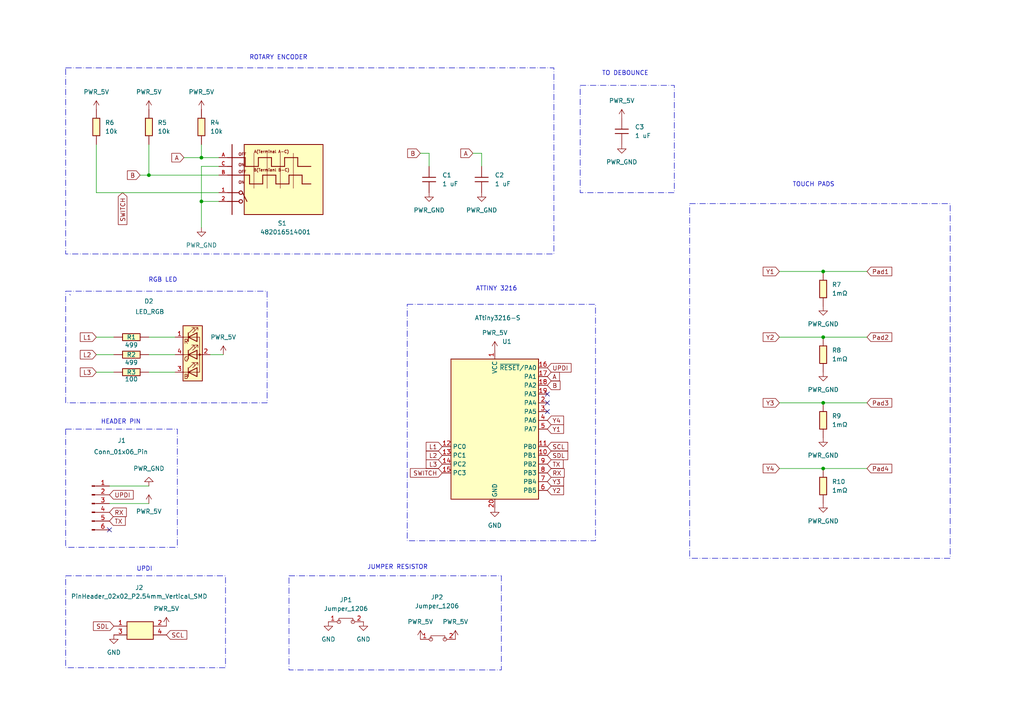
<source format=kicad_sch>
(kicad_sch (version 20250114) (generator "eeschema") (generator_version "9.0")
  (paper "A4")
  (lib_symbols
    (symbol "482016514001:482016514001" (pin_names (offset 1.016))
      (property "Reference" "S" (at 0 12.7 0))
      (property "Value" "482016514001" (at 0 -11.43 0))
      (symbol "482016514001_0_0"
        (polyline (pts (xy -12.7 7.62) (xy -7.62 7.62)) (stroke (width 0.254)))
        (polyline (pts (xy -12.7 -2.54) (xy -9.398 -2.54)) (stroke (width 0.254)))
        (polyline (pts (xy -12.7 -5.08) (xy -9.398 -5.08)) (stroke (width 0.254)))
        (polyline (pts (xy -11.43 11.43) (xy -11.43 5.08)) (stroke (width 0.254)))
        (polyline (pts (xy -11.43 5.08) (xy -12.7 5.08)) (stroke (width 0.254)))
        (polyline (pts (xy -11.43 5.08) (xy -11.43 -8.89)) (stroke (width 0.254)))
        (circle (center -8.89 -2.54) (radius 0.508) (stroke (width 0.254)))
        (circle (center -8.89 -5.08) (radius 0.508) (stroke (width 0.254)))
        (polyline (pts (xy -8.382 -2.54) (xy -7.112 -5.08)) (stroke (width 0.254)))
        (rectangle (start -7.9131 -8.89) (end 14.9469 11.43) (stroke (width 0.254)) (fill (type background)))
        (polyline (pts (xy -7.62 7.62) (xy -7.62 5.08)) (stroke (width 0.254)))
        (polyline (pts (xy -7.62 5.08) (xy -3.81 5.08)) (stroke (width 0.254)))
        (polyline (pts (xy -6.35 2.54) (xy -12.7 2.54)) (stroke (width 0.254)))
        (polyline (pts (xy -6.35 2.54) (xy -6.35 0)) (stroke (width 0.254)))
        (polyline (pts (xy -6.35 0) (xy -2.54 0)) (stroke (width 0.254)))
        (polyline (pts (xy -5.08 8.89) (xy -5.08 -1.27)) (stroke (width 0.127)))
        (polyline (pts (xy -3.81 7.62) (xy 0 7.62)) (stroke (width 0.254)))
        (polyline (pts (xy -3.81 5.08) (xy -3.81 7.62)) (stroke (width 0.254)))
        (polyline (pts (xy -2.54 2.54) (xy 1.27 2.54)) (stroke (width 0.254)))
        (polyline (pts (xy -2.54 0) (xy -2.54 2.54)) (stroke (width 0.254)))
        (polyline (pts (xy -1.27 8.89) (xy -1.27 -1.27)) (stroke (width 0.127)))
        (polyline (pts (xy 0 7.62) (xy 0 5.08)) (stroke (width 0.254)))
        (polyline (pts (xy 0 5.08) (xy 3.81 5.08)) (stroke (width 0.254)))
        (polyline (pts (xy 1.27 2.54) (xy 1.27 0)) (stroke (width 0.254)))
        (polyline (pts (xy 1.27 0) (xy 5.08 0)) (stroke (width 0.254)))
        (polyline (pts (xy 2.54 8.89) (xy 2.54 -1.27)) (stroke (width 0.127)))
        (polyline (pts (xy 3.81 7.62) (xy 7.62 7.62)) (stroke (width 0.254)))
        (polyline (pts (xy 3.81 5.08) (xy 3.81 7.62)) (stroke (width 0.254)))
        (polyline (pts (xy 5.08 2.54) (xy 8.89 2.54)) (stroke (width 0.254)))
        (polyline (pts (xy 5.08 0) (xy 5.08 2.54)) (stroke (width 0.254)))
        (polyline (pts (xy 6.35 8.89) (xy 6.35 -1.27)) (stroke (width 0.127)))
        (polyline (pts (xy 7.62 7.62) (xy 7.62 5.08)) (stroke (width 0.254)))
        (polyline (pts (xy 7.62 5.08) (xy 11.43 5.08)) (stroke (width 0.254)))
        (polyline (pts (xy 8.89 2.54) (xy 8.89 0)) (stroke (width 0.254)))
        (polyline (pts (xy 8.89 0) (xy 11.43 0)) (stroke (width 0.254)))
        (text "OFF" (at -9.652 8.128 0) (effects (font (size 0.8128 0.8128)) (justify left bottom)))
        (text "ON" (at -9.652 5.08 0) (effects (font (size 0.8128 0.8128)) (justify left bottom)))
        (text "OFF" (at -9.652 3.048 0) (effects (font (size 0.8128 0.8128)) (justify left bottom)))
        (text "ON" (at -9.652 0 0) (effects (font (size 0.8128 0.8128)) (justify left bottom)))
        (text "A(Terminal A-C)" (at 0 8.89 0) (effects (font (size 0.8128 0.8128)) (justify bottom)))
        (text "B(Termianl B-C)" (at 0 3.556 0) (effects (font (size 0.8128 0.8128)) (justify bottom)))
        (pin passive line (at -15.24 7.62 0) (length 2.54) (name "~") (number "A"))
        (pin passive line (at -15.24 5.08 0) (length 2.54) (name "~") (number "C"))
        (pin passive line (at -15.24 2.54 0) (length 2.54) (name "~") (number "B"))
        (pin passive line (at -15.24 -2.54 0) (length 2.54) (name "~") (number "1"))
        (pin passive line (at -15.24 -5.08 0) (length 2.54) (name "~") (number "2"))
      )
    )
    (symbol "Connector:Conn_01x06_Pin" (pin_names (offset 1.016) (hide yes))
      (property "Reference" "J" (at 0 7.62 0))
      (property "Value" "Conn_01x06_Pin" (at 0 -10.16 0))
      (symbol "Conn_01x06_Pin_1_1"
        (rectangle (start 0.8636 5.207) (end 0 4.953) (stroke (width 0.1524)) (fill (type outline)))
        (rectangle (start 0.8636 2.667) (end 0 2.413) (stroke (width 0.1524)) (fill (type outline)))
        (rectangle (start 0.8636 0.127) (end 0 -0.127) (stroke (width 0.1524)) (fill (type outline)))
        (rectangle (start 0.8636 -2.413) (end 0 -2.667) (stroke (width 0.1524)) (fill (type outline)))
        (rectangle (start 0.8636 -4.953) (end 0 -5.207) (stroke (width 0.1524)) (fill (type outline)))
        (rectangle (start 0.8636 -7.493) (end 0 -7.747) (stroke (width 0.1524)) (fill (type outline)))
        (polyline (pts (xy 1.27 5.08) (xy 0.8636 5.08)) (stroke (width 0.1524)))
        (polyline (pts (xy 1.27 2.54) (xy 0.8636 2.54)) (stroke (width 0.1524)))
        (polyline (pts (xy 1.27 0) (xy 0.8636 0)) (stroke (width 0.1524)))
        (polyline (pts (xy 1.27 -2.54) (xy 0.8636 -2.54)) (stroke (width 0.1524)))
        (polyline (pts (xy 1.27 -5.08) (xy 0.8636 -5.08)) (stroke (width 0.1524)))
        (polyline (pts (xy 1.27 -7.62) (xy 0.8636 -7.62)) (stroke (width 0.1524)))
        (pin passive line (at 5.08 5.08 180) (length 3.81) (name "Pin_1") (number "1"))
        (pin passive line (at 5.08 2.54 180) (length 3.81) (name "Pin_2") (number "2"))
        (pin passive line (at 5.08 0 180) (length 3.81) (name "Pin_3") (number "3"))
        (pin passive line (at 5.08 -2.54 180) (length 3.81) (name "Pin_4") (number "4"))
        (pin passive line (at 5.08 -5.08 180) (length 3.81) (name "Pin_5") (number "5"))
        (pin passive line (at 5.08 -7.62 180) (length 3.81) (name "Pin_6") (number "6"))
      )
    )
    (symbol "Device:LED_RABG" (pin_names (offset 0) (hide yes))
      (property "Reference" "D" (at 0 9.398 0))
      (property "Value" "LED_RABG" (at 0 -8.89 0))
      (symbol "LED_RABG_0_0"
        (text "R" (at -1.905 3.81 0) (effects (font (size 1.27 1.27))))
        (text "G" (at -1.905 -1.27 0) (effects (font (size 1.27 1.27))))
        (text "B" (at -1.905 -6.35 0) (effects (font (size 1.27 1.27))))
      )
      (symbol "LED_RABG_0_1"
        (polyline (pts (xy -1.27 6.35) (xy -1.27 3.81)) (stroke (width 0.254)))
        (polyline (pts (xy -1.27 6.35) (xy -1.27 3.81) (xy -1.27 3.81)))
        (polyline (pts (xy -1.27 5.08) (xy -2.54 5.08)))
        (polyline (pts (xy -1.27 5.08) (xy 1.27 5.08)))
        (polyline (pts (xy -1.27 1.27) (xy -1.27 -1.27)) (stroke (width 0.254)))
        (polyline (pts (xy -1.27 1.27) (xy -1.27 -1.27) (xy -1.27 -1.27)))
        (polyline (pts (xy -1.27 0) (xy -2.54 0)))
        (polyline (pts (xy -1.27 -3.81) (xy -1.27 -6.35)) (stroke (width 0.254)))
        (polyline (pts (xy -1.27 -5.08) (xy -2.54 -5.08)))
        (polyline (pts (xy -1.27 -5.08) (xy 1.27 -5.08)))
        (polyline (pts (xy -1.016 6.35) (xy 0.508 7.874) (xy -0.254 7.874) (xy 0.508 7.874) (xy 0.508 7.112)))
        (polyline (pts (xy -1.016 1.27) (xy 0.508 2.794) (xy -0.254 2.794) (xy 0.508 2.794) (xy 0.508 2.032)))
        (polyline (pts (xy -1.016 -3.81) (xy 0.508 -2.286) (xy -0.254 -2.286) (xy 0.508 -2.286) (xy 0.508 -3.048)))
        (polyline (pts (xy 0 6.35) (xy 1.524 7.874) (xy 0.762 7.874) (xy 1.524 7.874) (xy 1.524 7.112)))
        (polyline (pts (xy 0 1.27) (xy 1.524 2.794) (xy 0.762 2.794) (xy 1.524 2.794) (xy 1.524 2.032)))
        (polyline (pts (xy 0 -3.81) (xy 1.524 -2.286) (xy 0.762 -2.286) (xy 1.524 -2.286) (xy 1.524 -3.048)))
        (polyline (pts (xy 1.27 6.35) (xy 1.27 3.81) (xy -1.27 5.08) (xy 1.27 6.35)) (stroke (width 0.254)))
        (rectangle (start 1.27 6.35) (end 1.27 6.35))
        (rectangle (start 1.27 3.81) (end 1.27 6.35))
        (polyline (pts (xy 1.27 1.27) (xy 1.27 -1.27) (xy -1.27 0) (xy 1.27 1.27)) (stroke (width 0.254)))
        (rectangle (start 1.27 1.27) (end 1.27 1.27))
        (polyline (pts (xy 1.27 0) (xy -1.27 0)))
        (polyline (pts (xy 1.27 0) (xy 2.54 0)))
        (rectangle (start 1.27 -1.27) (end 1.27 1.27))
        (polyline (pts (xy 1.27 -3.81) (xy 1.27 -6.35) (xy -1.27 -5.08) (xy 1.27 -3.81)) (stroke (width 0.254)))
        (polyline (pts (xy 1.27 -5.08) (xy 2.032 -5.08) (xy 2.032 5.08) (xy 1.27 5.08)))
        (circle (center 2.032 0) (radius 0.254) (fill (type outline)))
        (rectangle (start 2.794 8.382) (end -2.794 -7.62) (stroke (width 0.254)) (fill (type background)))
      )
      (symbol "LED_RABG_1_1"
        (pin passive line (at -5.08 5.08 0) (length 2.54) (name "RK") (number "1"))
        (pin passive line (at -5.08 0 0) (length 2.54) (name "GK") (number "4"))
        (pin passive line (at -5.08 -5.08 0) (length 2.54) (name "BK") (number "3"))
        (pin passive line (at 5.08 0 180) (length 2.54) (name "A") (number "2"))
      )
    )
    (symbol "MCU_Microchip_ATtiny:ATtiny3216-S"
      (property "Reference" "U" (at -12.7 21.59 0))
      (property "Value" "ATtiny3216-S" (at 2.54 -21.59 0))
      (symbol "ATtiny3216-S_0_1"
        (rectangle (start -12.7 -20.32) (end 12.7 20.32) (stroke (width 0.254)) (fill (type background)))
      )
      (symbol "ATtiny3216-S_1_1"
        (pin bidirectional line (at -15.24 -5.08 0) (length 2.54) (name "PC0") (number "12"))
        (pin bidirectional line (at -15.24 -7.62 0) (length 2.54) (name "PC1") (number "13"))
        (pin bidirectional line (at -15.24 -10.16 0) (length 2.54) (name "PC2") (number "14"))
        (pin bidirectional line (at -15.24 -12.7 0) (length 2.54) (name "PC3") (number "15"))
        (pin power_in line (at 0 22.86 270) (length 2.54) (name "VCC") (number "1"))
        (pin power_in line (at 0 -22.86 90) (length 2.54) (name "GND") (number "20"))
        (pin bidirectional line (at 15.24 17.78 180) (length 2.54) (name "~{RESET}/PA0") (number "16"))
        (pin bidirectional line (at 15.24 15.24 180) (length 2.54) (name "PA1") (number "17"))
        (pin bidirectional line (at 15.24 12.7 180) (length 2.54) (name "PA2") (number "18"))
        (pin bidirectional line (at 15.24 10.16 180) (length 2.54) (name "PA3") (number "19"))
        (pin bidirectional line (at 15.24 7.62 180) (length 2.54) (name "PA4") (number "2"))
        (pin bidirectional line (at 15.24 5.08 180) (length 2.54) (name "PA5") (number "3"))
        (pin bidirectional line (at 15.24 2.54 180) (length 2.54) (name "PA6") (number "4"))
        (pin bidirectional line (at 15.24 0 180) (length 2.54) (name "PA7") (number "5"))
        (pin bidirectional line (at 15.24 -5.08 180) (length 2.54) (name "PB0") (number "11"))
        (pin bidirectional line (at 15.24 -7.62 180) (length 2.54) (name "PB1") (number "10"))
        (pin bidirectional line (at 15.24 -10.16 180) (length 2.54) (name "PB2") (number "9"))
        (pin bidirectional line (at 15.24 -12.7 180) (length 2.54) (name "PB3") (number "8"))
        (pin bidirectional line (at 15.24 -15.24 180) (length 2.54) (name "PB4") (number "7"))
        (pin bidirectional line (at 15.24 -17.78 180) (length 2.54) (name "PB5") (number "6"))
      )
    )
    (symbol "fab:C_1206" (pin_numbers (hide yes))
      (property "Reference" "C" (at 0.635 2.54 0))
      (property "Value" "C_1206" (at 0.635 -2.54 0))
      (symbol "C_1206_1_1"
        (polyline (pts (xy -1.905 0.635) (xy 1.905 0.635)) (stroke (width 0.25)))
        (polyline (pts (xy -1.905 -0.635) (xy 1.905 -0.635)) (stroke (width 0.25)))
        (pin passive line (at 0 3.81 270) (length 3.175) (name "~") (number "1"))
        (pin passive line (at 0 -3.81 90) (length 3.175) (name "~") (number "2"))
      )
    )
    (symbol "fab:Jumper_1206" (pin_names (offset 0) (hide yes))
      (property "Reference" "JP" (at 0 1.905 0))
      (property "Value" "Jumper_1206" (at 0 -2.54 0))
      (symbol "Jumper_1206_0_0"
        (circle (center -2.032 0) (radius 0.508))
        (circle (center 2.032 0) (radius 0.508))
      )
      (symbol "Jumper_1206_0_1"
        (polyline (pts (xy -2.032 0) (xy -2.032 1.016) (xy 2.032 1.016) (xy 2.032 0)))
      )
      (symbol "Jumper_1206_1_1"
        (pin passive line (at -5.08 0 0) (length 2.54) (name "A") (number "1"))
        (pin passive line (at 5.08 0 180) (length 2.54) (name "B") (number "2"))
      )
    )
    (symbol "fab:PWR_5V" (power) (pin_names (offset 0))
      (property "Value" "PWR_5V" (at 0 3.556 0))
      (symbol "PWR_5V_0_1"
        (polyline (pts (xy -0.762 1.27) (xy 0 2.54)))
        (polyline (pts (xy 0 2.54) (xy 0.762 1.27)))
        (polyline (pts (xy 0 0) (xy 0 2.54)))
      )
      (symbol "PWR_5V_1_1"
        (pin power_in line (at 0 0 90) (length 0) (hide yes) (name "PWR_5V") (number "1"))
      )
    )
    (symbol "fab:PWR_GND" (power) (pin_names (offset 0))
      (property "Value" "PWR_GND" (at 0 -3.81 0))
      (symbol "PWR_GND_0_1"
        (polyline (pts (xy 0 0) (xy 0 -1.27) (xy 1.27 -1.27) (xy 0 -2.54) (xy -1.27 -1.27) (xy 0 -1.27)))
      )
      (symbol "PWR_GND_1_1"
        (pin power_in line (at 0 0 270) (length 0) (hide yes) (name "PWR_GND") (number "1"))
      )
    )
    (symbol "fab:PinHeader_02x02_P2.54mm_Vertical_SMD" (pin_names (hide yes))
      (property "Reference" "J" (at 0 3.81 0))
      (property "Value" "PinHeader_02x02_P2.54mm_Vertical_SMD" (at 0 -3.81 0))
      (symbol "PinHeader_02x02_P2.54mm_Vertical_SMD_1_1"
        (rectangle (start -3.81 2.54) (end 3.81 -2.54) (stroke (width 0.254)) (fill (type background)))
        (pin passive line (at -7.62 1.27 0) (length 3.81) (name "Pin_1") (number "1"))
        (pin passive line (at -7.62 -1.27 0) (length 3.81) (name "Pin_3") (number "3"))
        (pin passive line (at 7.62 1.27 180) (length 3.81) (name "Pin_2") (number "2"))
        (pin passive line (at 7.62 -1.27 180) (length 3.81) (name "Pin_4") (number "4"))
      )
    )
    (symbol "fab:R_1206" (pin_numbers (hide yes)) (pin_names (offset 0))
      (property "Reference" "R" (at 2.54 0 90))
      (property "Value" "R_1206" (at -2.54 0 90))
      (symbol "R_1206_0_1"
        (rectangle (start -1.016 -2.54) (end 1.016 2.54) (stroke (width 0.254)) (fill (type background)))
      )
      (symbol "R_1206_1_1"
        (pin passive line (at 0 5.08 270) (length 2.54) (name "~") (number "1"))
        (pin passive line (at 0 -5.08 90) (length 2.54) (name "~") (number "2"))
      )
    )
    (symbol "power:GND" (power) (pin_numbers (hide yes)) (pin_names (offset 0) (hide yes))
      (property "Value" "GND" (at 0 -3.81 0))
      (symbol "GND_0_1"
        (polyline (pts (xy 0 0) (xy 0 -1.27) (xy 1.27 -1.27) (xy 0 -2.54) (xy -1.27 -1.27) (xy 0 -1.27)))
      )
      (symbol "GND_1_1"
        (pin power_in line (at 0 0 270) (length 0) (name "~") (number "1"))
      )
    )
  )
  (rectangle (start 19.05 167.005) (end 65.405 193.675) (stroke (width 0) (type dash_dot)))
  (rectangle (start 118.11 88.265) (end 172.72 156.845) (stroke (width 0) (type dash_dot)))
  (rectangle (start 168.275 24.765) (end 195.58 55.88) (stroke (width 0) (type dash_dot)))
  (rectangle (start 200.025 59.055) (end 275.59 161.925) (stroke (width 0) (type dash_dot)))
  (rectangle (start 19.05 124.46) (end 51.435 158.75) (stroke (width 0) (type dash_dot)))
  (rectangle (start 19.05 19.685) (end 160.655 73.66) (stroke (width 0) (type dash_dot)))
  (rectangle (start 102.235 73.66) (end 102.235 73.66))
  (text "HEADER PIN" (at 35.052 122.428 0) (effects (font (size 1.27 1.27))))
  (text "TO DEBOUNCE" (at 181.356 21.336 0) (effects (font (size 1.27 1.27))))
  (text "ROTARY ENCODER" (at 80.772 16.764 0) (effects (font (size 1.27 1.27))))
  (text "UPDI" (at 41.91 165.1 0) (effects (font (size 1.27 1.27))))
  (text "RGB LED" (at 47.244 81.28 0) (effects (font (size 1.27 1.27))))
  (text "ATTINY 3216" (at 144.018 83.82 0) (effects (font (size 1.27 1.27))))
  (text "TOUCH PADS" (at 235.966 53.594 0) (effects (font (size 1.27 1.27))))
  (text "JUMPER RESISTOR" (at 115.316 164.592 0) (effects (font (size 1.27 1.27))))
  (text_box "`" (at 19.05 84.455 0) (size 58.42 32.385) (margins 0.9525 0.9525 0.9525 0.9525) (stroke (width 0) (type dash_dot)) (effects (font (size 1.27 1.27)) (justify left top)))
  (text_box "" (at 83.82 167.005 0) (size 61.595 27.305) (margins 0.9525 0.9525 0.9525 0.9525) (stroke (width 0) (type dash_dot)) (effects (font (size 1.27 1.27)) (justify left top)))
  (junction (at 43.18 50.8))
  (junction (at 58.42 45.72))
  (junction (at 238.76 78.74))
  (junction (at 238.76 116.84))
  (junction (at 58.42 58.42))
  (junction (at 238.76 97.79))
  (junction (at 238.76 135.89))
  (no_connect (at 31.75 153.67))
  (no_connect (at 158.75 119.38))
  (no_connect (at 158.75 116.84))
  (no_connect (at 158.75 114.3))
  (wire (pts (xy 226.06 78.74) (xy 238.76 78.74)))
  (wire (pts (xy 124.46 44.45) (xy 124.46 48.26)))
  (wire (pts (xy 238.76 78.74) (xy 251.46 78.74)))
  (wire (pts (xy 58.42 48.26) (xy 63.5 48.26)))
  (wire (pts (xy 58.42 58.42) (xy 58.42 48.26)))
  (wire (pts (xy 43.18 41.91) (xy 43.18 50.8)))
  (wire (pts (xy 43.18 102.87) (xy 50.8 102.87)))
  (wire (pts (xy 137.16 44.45) (xy 139.7 44.45)))
  (wire (pts (xy 58.42 66.04) (xy 58.42 58.42)))
  (wire (pts (xy 58.42 58.42) (xy 63.5 58.42)))
  (wire (pts (xy 53.34 45.72) (xy 58.42 45.72)))
  (wire (pts (xy 43.18 107.95) (xy 50.8 107.95)))
  (wire (pts (xy 40.64 50.8) (xy 43.18 50.8)))
  (wire (pts (xy 31.75 140.97) (xy 43.18 140.97)))
  (wire (pts (xy 27.94 102.87) (xy 33.02 102.87)))
  (wire (pts (xy 27.94 107.95) (xy 33.02 107.95)))
  (wire (pts (xy 43.18 50.8) (xy 63.5 50.8)))
  (wire (pts (xy 121.92 44.45) (xy 124.46 44.45)))
  (wire (pts (xy 43.18 97.79) (xy 50.8 97.79)))
  (wire (pts (xy 238.76 97.79) (xy 251.46 97.79)))
  (wire (pts (xy 139.7 44.45) (xy 139.7 48.26)))
  (wire (pts (xy 226.06 135.89) (xy 238.76 135.89)))
  (wire (pts (xy 226.06 116.84) (xy 238.76 116.84)))
  (wire (pts (xy 60.96 102.87) (xy 64.77 102.87)))
  (wire (pts (xy 238.76 135.89) (xy 251.46 135.89)))
  (wire (pts (xy 27.94 41.91) (xy 27.94 55.88)))
  (wire (pts (xy 27.94 55.88) (xy 63.5 55.88)))
  (wire (pts (xy 238.76 116.84) (xy 251.46 116.84)))
  (wire (pts (xy 58.42 41.91) (xy 58.42 45.72)))
  (wire (pts (xy 27.94 97.79) (xy 33.02 97.79)))
  (wire (pts (xy 31.75 146.05) (xy 43.18 146.05)))
  (wire (pts (xy 226.06 97.79) (xy 238.76 97.79)))
  (wire (pts (xy 58.42 45.72) (xy 63.5 45.72)))
  (global_label "Y1" (shape input) (at 226.06 78.74 180) (property "Intersheetrefs" "${INTERSHEET_REFS}" (effects (hide yes))))
  (global_label "UPDI" (shape input) (at 158.75 106.68 0) (property "Intersheetrefs" "${INTERSHEET_REFS}" (effects (hide yes))))
  (global_label "Pad3" (shape input) (at 251.46 116.84 0) (property "Intersheetrefs" "${INTERSHEET_REFS}" (effects (hide yes))))
  (global_label "SWITCH" (shape input) (at 128.27 137.16 180) (property "Intersheetrefs" "${INTERSHEET_REFS}" (effects (hide yes))))
  (global_label "SWITCH" (shape input) (at 35.56 55.88 270) (property "Intersheetrefs" "${INTERSHEET_REFS}" (effects (hide yes))))
  (global_label "TX" (shape input) (at 31.75 151.13 0) (property "Intersheetrefs" "${INTERSHEET_REFS}" (effects (hide yes))))
  (global_label "A" (shape input) (at 158.75 109.22 0) (property "Intersheetrefs" "${INTERSHEET_REFS}" (effects (hide yes))))
  (global_label "A" (shape input) (at 137.16 44.45 180) (property "Intersheetrefs" "${INTERSHEET_REFS}" (effects (hide yes))))
  (global_label "UPDI" (shape input) (at 31.75 143.51 0) (property "Intersheetrefs" "${INTERSHEET_REFS}" (effects (hide yes))))
  (global_label "TX" (shape input) (at 158.75 134.62 0) (property "Intersheetrefs" "${INTERSHEET_REFS}" (effects (hide yes))))
  (global_label "RX" (shape input) (at 31.75 148.59 0) (property "Intersheetrefs" "${INTERSHEET_REFS}" (effects (hide yes))))
  (global_label "SDL" (shape input) (at 33.02 181.61 180) (property "Intersheetrefs" "${INTERSHEET_REFS}" (effects (hide yes))))
  (global_label "L3" (shape input) (at 27.94 107.95 180) (property "Intersheetrefs" "${INTERSHEET_REFS}" (effects (hide yes))))
  (global_label "B" (shape input) (at 158.75 111.76 0) (property "Intersheetrefs" "${INTERSHEET_REFS}" (effects (hide yes))))
  (global_label "SCL" (shape input) (at 158.75 129.54 0) (property "Intersheetrefs" "${INTERSHEET_REFS}" (effects (hide yes))))
  (global_label "L2" (shape input) (at 27.94 102.87 180) (property "Intersheetrefs" "${INTERSHEET_REFS}" (effects (hide yes))))
  (global_label "B" (shape input) (at 40.64 50.8 180) (property "Intersheetrefs" "${INTERSHEET_REFS}" (effects (hide yes))))
  (global_label "Pad1" (shape input) (at 251.46 78.74 0) (property "Intersheetrefs" "${INTERSHEET_REFS}" (effects (hide yes))))
  (global_label "Y1" (shape input) (at 158.75 124.46 0) (property "Intersheetrefs" "${INTERSHEET_REFS}" (effects (hide yes))))
  (global_label "L1" (shape input) (at 128.27 129.54 180) (property "Intersheetrefs" "${INTERSHEET_REFS}" (effects (hide yes))))
  (global_label "L2" (shape input) (at 128.27 132.08 180) (property "Intersheetrefs" "${INTERSHEET_REFS}" (effects (hide yes))))
  (global_label "SDL" (shape input) (at 158.75 132.08 0) (property "Intersheetrefs" "${INTERSHEET_REFS}" (effects (hide yes))))
  (global_label "Y2" (shape input) (at 226.06 97.79 180) (property "Intersheetrefs" "${INTERSHEET_REFS}" (effects (hide yes))))
  (global_label "Pad2" (shape input) (at 251.46 97.79 0) (property "Intersheetrefs" "${INTERSHEET_REFS}" (effects (hide yes))))
  (global_label "Y3" (shape input) (at 226.06 116.84 180) (property "Intersheetrefs" "${INTERSHEET_REFS}" (effects (hide yes))))
  (global_label "SCL" (shape input) (at 48.26 184.15 0) (property "Intersheetrefs" "${INTERSHEET_REFS}" (effects (hide yes))))
  (global_label "Y3" (shape input) (at 158.75 139.7 0) (property "Intersheetrefs" "${INTERSHEET_REFS}" (effects (hide yes))))
  (global_label "L1" (shape input) (at 27.94 97.79 180) (property "Intersheetrefs" "${INTERSHEET_REFS}" (effects (hide yes))))
  (global_label "A" (shape input) (at 53.34 45.72 180) (property "Intersheetrefs" "${INTERSHEET_REFS}" (effects (hide yes))))
  (global_label "L3" (shape input) (at 128.27 134.62 180) (property "Intersheetrefs" "${INTERSHEET_REFS}" (effects (hide yes))))
  (global_label "B" (shape input) (at 121.92 44.45 180) (property "Intersheetrefs" "${INTERSHEET_REFS}" (effects (hide yes))))
  (global_label "Y4" (shape input) (at 226.06 135.89 180) (property "Intersheetrefs" "${INTERSHEET_REFS}" (effects (hide yes))))
  (global_label "Pad4" (shape input) (at 251.46 135.89 0) (property "Intersheetrefs" "${INTERSHEET_REFS}" (effects (hide yes))))
  (global_label "Y2" (shape input) (at 158.75 142.24 0) (property "Intersheetrefs" "${INTERSHEET_REFS}" (effects (hide yes))))
  (global_label "RX" (shape input) (at 158.75 137.16 0) (property "Intersheetrefs" "${INTERSHEET_REFS}" (effects (hide yes))))
  (global_label "Y4" (shape input) (at 158.75 121.92 0) (property "Intersheetrefs" "${INTERSHEET_REFS}" (effects (hide yes))))
  (symbol (lib_id "fab:R_1206") (at 238.76 121.92 0) (unit 1)
    (property "Reference" "R9" (at 241.3 120.6499 0) (effects (justify left)))
    (property "Value" "1mΩ" (at 241.3 123.1899 0) (effects (justify left)))
    (property "Footprint" "fab:R_1206" (effects (hide yes)))
    (property "Description" "Resistor" (effects (hide yes)))
  )
  (symbol (lib_id "fab:PWR_GND") (at 238.76 127 0) (unit 1)
    (property "Reference" "#PWR022" (effects (hide yes)))
    (property "Value" "PWR_GND" (at 238.76 132.08 0))
    (property "Description" "Power symbol creates a global label with name \"GND\" , ground" (effects (hide yes)))
  )
  (symbol (lib_id "power:GND") (at 33.02 184.15 0) (unit 1)
    (property "Reference" "#PWR03" (effects (hide yes)))
    (property "Value" "GND" (at 33.02 189.23 0))
    (property "Description" "Power symbol creates a global label with name \"GND\" , ground" (effects (hide yes)))
  )
  (symbol (lib_id "fab:PWR_5V") (at 48.26 181.61 0) (unit 1)
    (property "Reference" "#PWR04" (effects (hide yes)))
    (property "Value" "PWR_5V" (at 48.26 176.53 0))
    (property "Description" "Power symbol creates a global label with name \"+5V\"" (effects (hide yes)))
  )
  (symbol (lib_id "fab:R_1206") (at 58.42 36.83 0) (unit 1)
    (property "Reference" "R4" (at 60.96 35.5599 0) (effects (justify left)))
    (property "Value" "10k" (at 60.96 38.0999 0) (effects (justify left)))
    (property "Footprint" "fab:R_1206" (effects (hide yes)))
    (property "Description" "Resistor" (effects (hide yes)))
  )
  (symbol (lib_id "fab:PWR_GND") (at 238.76 88.9 0) (unit 1)
    (property "Reference" "#PWR020" (effects (hide yes)))
    (property "Value" "PWR_GND" (at 238.76 93.98 0))
    (property "Description" "Power symbol creates a global label with name \"GND\" , ground" (effects (hide yes)))
  )
  (symbol (lib_id "fab:PWR_5V") (at 132.08 185.42 0) (unit 1)
    (property "Reference" "#PWR08" (effects (hide yes)))
    (property "Value" "PWR_5V" (at 132.08 180.34 0))
    (property "Description" "Power symbol creates a global label with name \"+5V\"" (effects (hide yes)))
  )
  (symbol (lib_id "fab:PWR_5V") (at 43.18 31.75 0) (unit 1)
    (property "Reference" "#PWR014" (effects (hide yes)))
    (property "Value" "PWR_5V" (at 43.18 26.67 0))
    (property "Description" "Power symbol creates a global label with name \"+5V\"" (effects (hide yes)))
  )
  (symbol (lib_id "Connector:Conn_01x06_Pin") (at 26.67 146.05 0) (unit 1)
    (property "Reference" "J1" (at 35.306 127.762 0))
    (property "Value" "Conn_01x06_Pin" (at 35.052 131.064 0))
    (property "Description" "Generic connector, single row, 01x06, script generated" (effects (hide yes)))
  )
  (symbol (lib_id "power:GND") (at 105.41 180.34 0) (unit 1)
    (property "Reference" "#PWR06" (effects (hide yes)))
    (property "Value" "GND" (at 105.41 185.42 0))
    (property "Description" "Power symbol creates a global label with name \"GND\" , ground" (effects (hide yes)))
  )
  (symbol (lib_id "fab:PWR_5V") (at 180.34 34.29 0) (unit 1)
    (property "Reference" "#PWR018" (effects (hide yes)))
    (property "Value" "PWR_5V" (at 180.34 29.21 0))
    (property "Description" "Power symbol creates a global label with name \"+5V\"" (effects (hide yes)))
  )
  (symbol (lib_id "fab:PWR_5V") (at 43.18 146.05 0) (unit 1)
    (property "Reference" "#PWR09" (effects (hide yes)))
    (property "Value" "PWR_5V" (at 43.18 148.336 0))
    (property "Description" "Power symbol creates a global label with name \"+5V\"" (effects (hide yes)))
  )
  (symbol (lib_id "fab:R_1206") (at 238.76 102.87 0) (unit 1)
    (property "Reference" "R8" (at 241.3 101.5999 0) (effects (justify left)))
    (property "Value" "1mΩ" (at 241.3 104.1399 0) (effects (justify left)))
    (property "Footprint" "fab:R_1206" (effects (hide yes)))
    (property "Description" "Resistor" (effects (hide yes)))
  )
  (symbol (lib_id "fab:C_1206") (at 124.46 52.07 0) (unit 1)
    (property "Reference" "C1" (at 128.27 50.7999 0) (effects (justify left)))
    (property "Value" "1 uF" (at 128.27 53.3399 0) (effects (justify left)))
    (property "Footprint" "fab:C_1206" (effects (hide yes)))
    (property "Datasheet" "https://www.yageo.com/upload/media/product/productsearch/datasheet/mlcc/UPY-GP_NP0_16V-to-50V_18.pdf" (effects (hide yes)))
    (property "Description" "Unpolarized capacitor, SMD, 1206" (effects (hide yes)))
  )
  (symbol (lib_id "fab:PWR_GND") (at 238.76 107.95 0) (unit 1)
    (property "Reference" "#PWR021" (effects (hide yes)))
    (property "Value" "PWR_GND" (at 238.76 113.03 0))
    (property "Description" "Power symbol creates a global label with name \"GND\" , ground" (effects (hide yes)))
  )
  (symbol (lib_id "fab:PWR_GND") (at 139.7 55.88 0) (unit 1)
    (property "Reference" "#PWR017" (effects (hide yes)))
    (property "Value" "PWR_GND" (at 139.7 60.96 0))
    (property "Description" "Power symbol creates a global label with name \"GND\" , ground" (effects (hide yes)))
  )
  (symbol (lib_id "fab:R_1206") (at 43.18 36.83 0) (unit 1)
    (property "Reference" "R5" (at 45.72 35.5599 0) (effects (justify left)))
    (property "Value" "10k" (at 45.72 38.0999 0) (effects (justify left)))
    (property "Footprint" "fab:R_1206" (effects (hide yes)))
    (property "Description" "Resistor" (effects (hide yes)))
  )
  (symbol (lib_id "fab:Jumper_1206") (at 127 185.42 0) (unit 1)
    (property "Reference" "JP2" (at 126.746 173.228 0))
    (property "Value" "Jumper_1206" (at 126.746 175.768 0))
    (property "Footprint" "fab:Jumper_1206" (effects (hide yes)))
    (property "Description" "Jumper based on 0 Ohm 1206 resistor" (effects (hide yes)))
  )
  (symbol (lib_id "fab:PWR_5V") (at 27.94 31.75 0) (unit 1)
    (property "Reference" "#PWR015" (effects (hide yes)))
    (property "Value" "PWR_5V" (at 27.94 26.67 0))
    (property "Description" "Power symbol creates a global label with name \"+5V\"" (effects (hide yes)))
  )
  (symbol (lib_id "fab:PWR_GND") (at 124.46 55.88 0) (unit 1)
    (property "Reference" "#PWR016" (effects (hide yes)))
    (property "Value" "PWR_GND" (at 124.46 60.96 0))
    (property "Description" "Power symbol creates a global label with name \"GND\" , ground" (effects (hide yes)))
  )
  (symbol (lib_id "fab:C_1206") (at 139.7 52.07 0) (unit 1)
    (property "Reference" "C2" (at 143.51 50.7999 0) (effects (justify left)))
    (property "Value" "1 uF" (at 143.51 53.3399 0) (effects (justify left)))
    (property "Footprint" "fab:C_1206" (effects (hide yes)))
    (property "Datasheet" "https://www.yageo.com/upload/media/product/productsearch/datasheet/mlcc/UPY-GP_NP0_16V-to-50V_18.pdf" (effects (hide yes)))
    (property "Description" "Unpolarized capacitor, SMD, 1206" (effects (hide yes)))
  )
  (symbol (lib_id "power:GND") (at 143.51 147.32 0) (unit 1)
    (property "Reference" "#PWR01" (effects (hide yes)))
    (property "Value" "GND" (at 143.51 152.4 0))
    (property "Description" "Power symbol creates a global label with name \"GND\" , ground" (effects (hide yes)))
  )
  (symbol (lib_id "fab:R_1206") (at 238.76 140.97 0) (unit 1)
    (property "Reference" "R10" (at 241.3 139.6999 0) (effects (justify left)))
    (property "Value" "1mΩ" (at 241.3 142.2399 0) (effects (justify left)))
    (property "Footprint" "fab:R_1206" (effects (hide yes)))
    (property "Description" "Resistor" (effects (hide yes)))
  )
  (symbol (lib_id "fab:PWR_GND") (at 58.42 66.04 0) (unit 1)
    (property "Reference" "#PWR012" (effects (hide yes)))
    (property "Value" "PWR_GND" (at 58.42 71.12 0))
    (property "Description" "Power symbol creates a global label with name \"GND\" , ground" (effects (hide yes)))
  )
  (symbol (lib_id "fab:PWR_5V") (at 143.51 101.6 0) (unit 1)
    (property "Reference" "#PWR02" (effects (hide yes)))
    (property "Value" "PWR_5V" (at 143.51 96.52 0))
    (property "Description" "Power symbol creates a global label with name \"+5V\"" (effects (hide yes)))
  )
  (symbol (lib_id "fab:PWR_GND") (at 43.18 140.97 180) (unit 1)
    (property "Reference" "#PWR010" (effects (hide yes)))
    (property "Value" "PWR_GND" (at 43.18 135.89 0))
    (property "Description" "Power symbol creates a global label with name \"GND\" , ground" (effects (hide yes)))
  )
  (symbol (lib_id "fab:R_1206") (at 238.76 83.82 0) (unit 1)
    (property "Reference" "R7" (at 241.3 82.5499 0) (effects (justify left)))
    (property "Value" "1mΩ" (at 241.3 85.0899 0) (effects (justify left)))
    (property "Footprint" "fab:R_1206" (effects (hide yes)))
    (property "Description" "Resistor" (effects (hide yes)))
  )
  (symbol (lib_id "fab:R_1206") (at 38.1 97.79 90) (unit 1)
    (property "Reference" "R1" (at 38.1 97.79 90))
    (property "Value" "499" (at 38.1 100.076 90))
    (property "Footprint" "fab:R_1206" (effects (hide yes)))
    (property "Description" "Resistor" (effects (hide yes)))
  )
  (symbol (lib_id "fab:PWR_5V") (at 121.92 185.42 0) (unit 1)
    (property "Reference" "#PWR07" (effects (hide yes)))
    (property "Value" "PWR_5V" (at 121.92 180.34 0))
    (property "Description" "Power symbol creates a global label with name \"+5V\"" (effects (hide yes)))
  )
  (symbol (lib_id "fab:R_1206") (at 38.1 107.95 90) (unit 1)
    (property "Reference" "R3" (at 38.1 107.95 90))
    (property "Value" "100" (at 38.1 109.982 90))
    (property "Footprint" "fab:R_1206" (effects (hide yes)))
    (property "Description" "Resistor" (effects (hide yes)))
  )
  (symbol (lib_id "fab:PWR_GND") (at 238.76 146.05 0) (unit 1)
    (property "Reference" "#PWR023" (effects (hide yes)))
    (property "Value" "PWR_GND" (at 238.76 151.13 0))
    (property "Description" "Power symbol creates a global label with name \"GND\" , ground" (effects (hide yes)))
  )
  (symbol (lib_id "fab:Jumper_1206") (at 100.33 180.34 0) (unit 1)
    (property "Reference" "JP1" (at 100.33 173.99 0))
    (property "Value" "Jumper_1206" (at 100.33 176.53 0))
    (property "Footprint" "fab:Jumper_1206" (effects (hide yes)))
    (property "Description" "Jumper based on 0 Ohm 1206 resistor" (effects (hide yes)))
  )
  (symbol (lib_id "fab:PinHeader_02x02_P2.54mm_Vertical_SMD") (at 40.64 182.88 0) (unit 1)
    (property "Reference" "J2" (at 40.386 170.434 0))
    (property "Value" "PinHeader_02x02_P2.54mm_Vertical_SMD" (at 40.386 172.974 0))
    (property "Footprint" "fab:PinHeader_02x02_P2.54mm_Vertical_SMD" (effects (hide yes)))
    (property "Datasheet" "https://cdn.amphenol-icc.com/media/wysiwyg/files/drawing/95278.pdf" (effects (hide yes)))
    (property "Description" "Connector Header Surface Mount 4 position 0.100\" (2.54mm)" (effects (hide yes)))
  )
  (symbol (lib_id "Device:LED_RABG") (at 55.88 102.87 0) (unit 1)
    (property "Reference" "D2" (at 43.18 87.376 0))
    (property "Value" "LED_RGB" (at 43.434 90.424 0))
    (property "Description" "RGB LED, red/anode/blue/green" (effects (hide yes)))
  )
  (symbol (lib_id "fab:PWR_5V") (at 58.42 31.75 0) (unit 1)
    (property "Reference" "#PWR013" (effects (hide yes)))
    (property "Value" "PWR_5V" (at 58.42 26.67 0))
    (property "Description" "Power symbol creates a global label with name \"+5V\"" (effects (hide yes)))
  )
  (symbol (lib_id "482016514001:482016514001") (at 78.74 53.34 0) (unit 1)
    (property "Reference" "S1" (at 80.518 64.77 0) (effects (justify left)))
    (property "Value" "482016514001" (at 75.438 67.31 0) (effects (justify left)))
    (property "Footprint" "482016514001:WS-ENTV_4820XX514001" (effects (hide yes)))
    (property "MF" "Würth Elektronik" (effects (hide yes)))
    (property "Description_1" "Rotary Encoder Mechanical 15 Quadrature (Incremental) Vertical" (effects (hide yes)))
    (property "Package" "None" (effects (hide yes)))
    (property "Price" "None" (effects (hide yes)))
    (property "SnapEDA_Link" "https://www.snapeda.com/parts/482016514001/W%25C3%25BCrth+Elektronik+Midcom/view-part/?ref=snap" (effects (hide yes)))
    (property "MP" "482016514001" (effects (hide yes)))
    (property "Availability" "In Stock" (effects (hide yes)))
    (property "Check_prices" "https://www.snapeda.com/parts/482016514001/W%25C3%25BCrth+Elektronik+Midcom/view-part/?ref=eda" (effects (hide yes)))
  )
  (symbol (lib_id "fab:R_1206") (at 38.1 102.87 90) (unit 1)
    (property "Reference" "R2" (at 38.1 102.87 90))
    (property "Value" "499" (at 38.1 105.156 90))
    (property "Footprint" "fab:R_1206" (effects (hide yes)))
    (property "Description" "Resistor" (effects (hide yes)))
  )
  (symbol (lib_id "fab:R_1206") (at 27.94 36.83 0) (unit 1)
    (property "Reference" "R6" (at 30.48 35.5599 0) (effects (justify left)))
    (property "Value" "10k" (at 30.48 38.0999 0) (effects (justify left)))
    (property "Footprint" "fab:R_1206" (effects (hide yes)))
    (property "Description" "Resistor" (effects (hide yes)))
  )
  (symbol (lib_id "MCU_Microchip_ATtiny:ATtiny3216-S") (at 143.51 124.46 0) (unit 1)
    (property "Reference" "U1" (at 145.6533 99.06 0) (effects (justify left)))
    (property "Value" "ATtiny3216-S" (at 137.668 92.202 0) (effects (justify left)))
    (property "Footprint" "Package_SO:SOIC-20W_7.5x12.8mm_P1.27mm" (effects (hide yes)))
    (property "Datasheet" "http://ww1.microchip.com/downloads/en/DeviceDoc/ATtiny3216_ATtiny1616-data-sheet-40001997B.pdf" (effects (hide yes)))
    (property "Description" "20MHz, 32kB Flash, 2kB SRAM, 256B EEPROM, SOIC-20" (effects (hide yes)))
  )
  (symbol (lib_id "fab:C_1206") (at 180.34 38.1 0) (unit 1)
    (property "Reference" "C3" (at 184.15 36.8299 0) (effects (justify left)))
    (property "Value" "1 uF" (at 184.15 39.3699 0) (effects (justify left)))
    (property "Footprint" "fab:C_1206" (effects (hide yes)))
    (property "Datasheet" "https://www.yageo.com/upload/media/product/productsearch/datasheet/mlcc/UPY-GP_NP0_16V-to-50V_18.pdf" (effects (hide yes)))
    (property "Description" "Unpolarized capacitor, SMD, 1206" (effects (hide yes)))
  )
  (symbol (lib_id "power:GND") (at 95.25 180.34 0) (unit 1)
    (property "Reference" "#PWR05" (effects (hide yes)))
    (property "Value" "GND" (at 95.25 185.42 0))
    (property "Description" "Power symbol creates a global label with name \"GND\" , ground" (effects (hide yes)))
  )
  (symbol (lib_id "fab:PWR_GND") (at 180.34 41.91 0) (unit 1)
    (property "Reference" "#PWR019" (effects (hide yes)))
    (property "Value" "PWR_GND" (at 180.34 46.99 0))
    (property "Description" "Power symbol creates a global label with name \"GND\" , ground" (effects (hide yes)))
  )
  (symbol (lib_id "fab:PWR_5V") (at 64.77 102.87 0) (unit 1)
    (property "Reference" "#PWR011" (effects (hide yes)))
    (property "Value" "PWR_5V" (at 64.77 97.79 0))
    (property "Description" "Power symbol creates a global label with name \"+5V\"" (effects (hide yes)))
  )
)
</source>
